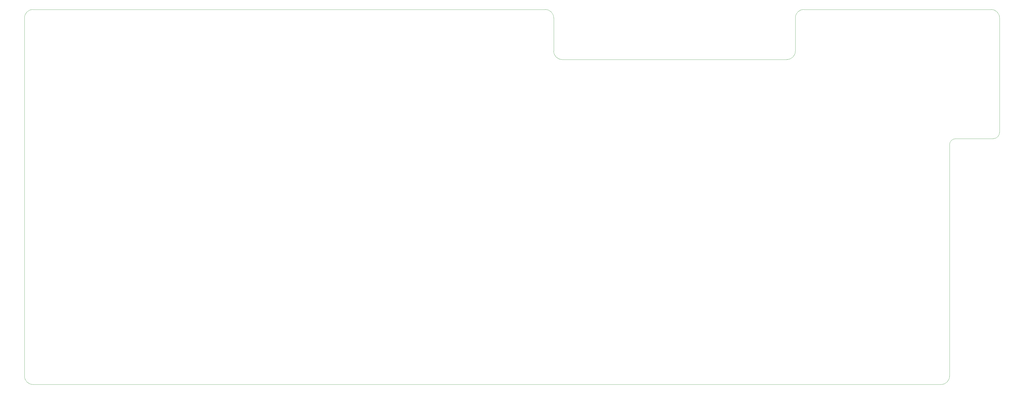
<source format=gbr>
%TF.GenerationSoftware,KiCad,Pcbnew,(6.0.0)*%
%TF.CreationDate,2022-04-29T20:19:50-04:00*%
%TF.ProjectId,TwoTailed,54776f54-6169-46c6-9564-2e6b69636164,rev?*%
%TF.SameCoordinates,Original*%
%TF.FileFunction,Profile,NP*%
%FSLAX46Y46*%
G04 Gerber Fmt 4.6, Leading zero omitted, Abs format (unit mm)*
G04 Created by KiCad (PCBNEW (6.0.0)) date 2022-04-29 20:19:50*
%MOMM*%
%LPD*%
G01*
G04 APERTURE LIST*
%TA.AperFunction,Profile*%
%ADD10C,0.100000*%
%TD*%
G04 APERTURE END LIST*
D10*
X324643750Y-85725000D02*
G75*
G03*
X327818750Y-82550000I0J3175000D01*
G01*
X238918750Y-85725000D02*
X324643750Y-85725000D01*
X403225000Y-115887500D02*
G75*
G03*
X405606250Y-113506250I0J2381250D01*
G01*
X34131250Y-206375000D02*
G75*
G03*
X37306250Y-209550000I3175000J0D01*
G01*
X37306250Y-66675000D02*
X232568750Y-66675000D01*
X405606250Y-69850000D02*
X405606250Y-113506250D01*
X235743750Y-82550000D02*
G75*
G03*
X238918750Y-85725000I3175000J0D01*
G01*
X235743750Y-69850000D02*
X235743750Y-82550000D01*
X37306250Y-66675000D02*
G75*
G03*
X34131250Y-69850000I0J-3175000D01*
G01*
X330993750Y-66675000D02*
X402431250Y-66675000D01*
X327818750Y-82550000D02*
X327818750Y-69850000D01*
X34131250Y-206375000D02*
X34131250Y-69850000D01*
X383381250Y-209550000D02*
G75*
G03*
X386556250Y-206375000I0J3175000D01*
G01*
X330993750Y-66675000D02*
G75*
G03*
X327818750Y-69850000I0J-3175000D01*
G01*
X403225000Y-115887500D02*
X388937500Y-115887500D01*
X405606250Y-69850000D02*
G75*
G03*
X402431250Y-66675000I-3175000J0D01*
G01*
X383381250Y-209550000D02*
X37306250Y-209550000D01*
X386556250Y-118268750D02*
X386556250Y-206375000D01*
X388937500Y-115887500D02*
G75*
G03*
X386556250Y-118268750I0J-2381250D01*
G01*
X235743750Y-69850000D02*
G75*
G03*
X232568750Y-66675000I-3175000J0D01*
G01*
M02*

</source>
